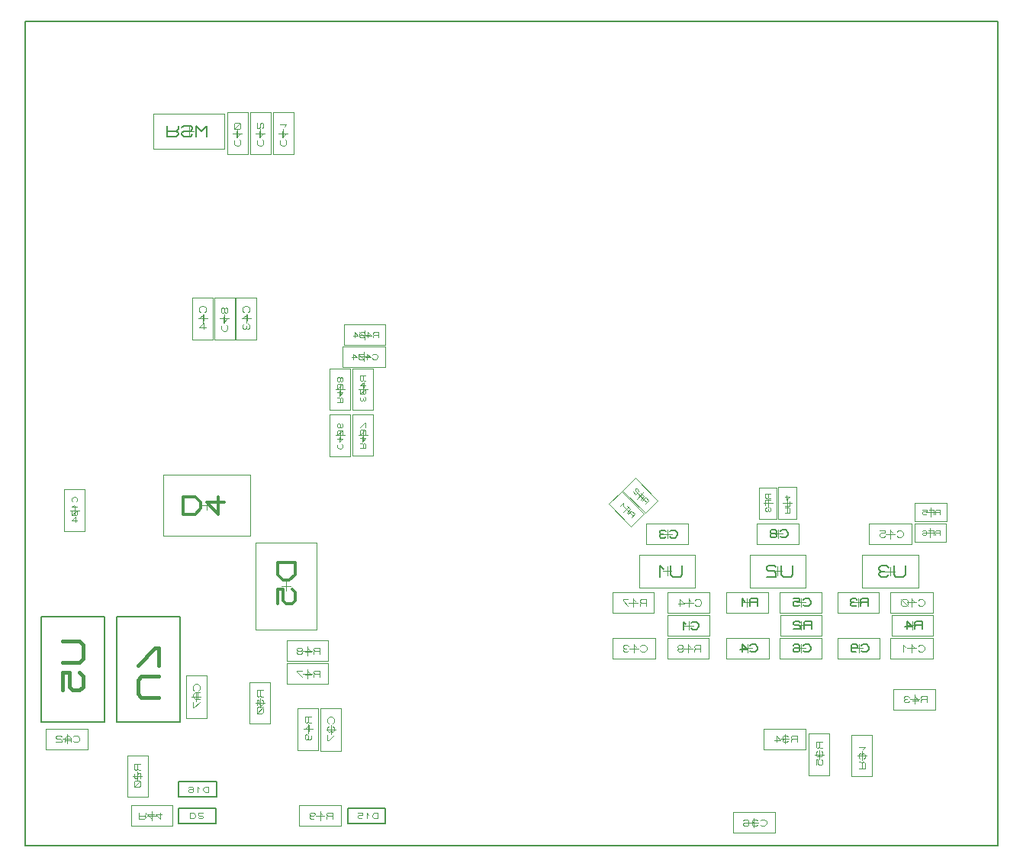
<source format=gbr>
G04 PROTEUS RS274X GERBER FILE*
%FSLAX45Y45*%
%MOMM*%
G01*
%ADD41C,0.203200*%
%ADD99C,0.050000*%
%ADD108C,0.095000*%
%ADD103C,0.093000*%
%ADD129C,0.389040*%
%ADD100C,0.118750*%
%ADD130C,0.208330*%
%ADD109C,0.141000*%
%ADD113C,0.116250*%
%ADD131C,0.100580*%
%ADD127C,0.325000*%
%ADD132C,0.088750*%
%ADD133C,0.198750*%
D41*
X-1079500Y-6413500D02*
X+9715500Y-6413500D01*
X+9715500Y+2730500D01*
X-1079500Y+2730500D01*
X-1079500Y-6413500D01*
D99*
X+2912300Y-1105600D02*
X+2442300Y-1105600D01*
X+2442300Y-875600D01*
X+2912300Y-875600D01*
X+2912300Y-1105600D01*
X+2677300Y-940600D02*
X+2677300Y-1040600D01*
X+2627300Y-990600D02*
X+2727300Y-990600D01*
D108*
X+2772300Y-1009600D02*
X+2781800Y-1019100D01*
X+2810300Y-1019100D01*
X+2829300Y-1000100D01*
X+2829300Y-981100D01*
X+2810300Y-962100D01*
X+2781800Y-962100D01*
X+2772300Y-971600D01*
X+2696300Y-1000100D02*
X+2753300Y-1000100D01*
X+2715300Y-962100D01*
X+2715300Y-1019100D01*
X+2677300Y-1009600D02*
X+2677300Y-971600D01*
X+2667800Y-962100D01*
X+2629800Y-962100D01*
X+2620300Y-971600D01*
X+2620300Y-1009600D01*
X+2629800Y-1019100D01*
X+2667800Y-1019100D01*
X+2677300Y-1009600D01*
X+2677300Y-1019100D02*
X+2620300Y-962100D01*
X+2544300Y-1000100D02*
X+2601300Y-1000100D01*
X+2563300Y-962100D01*
X+2563300Y-1019100D01*
D99*
X+2457100Y-634300D02*
X+2917100Y-634300D01*
X+2917100Y-864300D01*
X+2457100Y-864300D01*
X+2457100Y-634300D01*
X+2687100Y-799300D02*
X+2687100Y-699300D01*
X+2737100Y-749300D02*
X+2637100Y-749300D01*
D103*
X+2835900Y-777200D02*
X+2835900Y-721400D01*
X+2789400Y-721400D01*
X+2780100Y-730700D01*
X+2780100Y-740000D01*
X+2789400Y-749300D01*
X+2835900Y-749300D01*
X+2789400Y-749300D02*
X+2780100Y-758600D01*
X+2780100Y-777200D01*
X+2705700Y-758600D02*
X+2761500Y-758600D01*
X+2724300Y-721400D01*
X+2724300Y-777200D01*
X+2687100Y-767900D02*
X+2687100Y-730700D01*
X+2677800Y-721400D01*
X+2640600Y-721400D01*
X+2631300Y-730700D01*
X+2631300Y-767900D01*
X+2640600Y-777200D01*
X+2677800Y-777200D01*
X+2687100Y-767900D01*
X+2687100Y-777200D02*
X+2631300Y-721400D01*
X+2556900Y-758600D02*
X+2612700Y-758600D01*
X+2575500Y-721400D01*
X+2575500Y-777200D01*
D99*
X+2782000Y-1121500D02*
X+2782000Y-1581500D01*
X+2552000Y-1581500D01*
X+2552000Y-1121500D01*
X+2782000Y-1121500D01*
X+2617000Y-1351500D02*
X+2717000Y-1351500D01*
X+2667000Y-1401500D02*
X+2667000Y-1301500D01*
D103*
X+2694900Y-1202700D02*
X+2639100Y-1202700D01*
X+2639100Y-1249200D01*
X+2648400Y-1258500D01*
X+2657700Y-1258500D01*
X+2667000Y-1249200D01*
X+2667000Y-1202700D01*
X+2667000Y-1249200D02*
X+2676300Y-1258500D01*
X+2694900Y-1258500D01*
X+2676300Y-1332900D02*
X+2676300Y-1277100D01*
X+2639100Y-1314300D01*
X+2694900Y-1314300D01*
X+2685600Y-1351500D02*
X+2648400Y-1351500D01*
X+2639100Y-1360800D01*
X+2639100Y-1398000D01*
X+2648400Y-1407300D01*
X+2685600Y-1407300D01*
X+2694900Y-1398000D01*
X+2694900Y-1360800D01*
X+2685600Y-1351500D01*
X+2694900Y-1351500D02*
X+2639100Y-1407300D01*
X+2648400Y-1435200D02*
X+2639100Y-1444500D01*
X+2639100Y-1472400D01*
X+2648400Y-1481700D01*
X+2657700Y-1481700D01*
X+2667000Y-1472400D01*
X+2676300Y-1481700D01*
X+2685600Y-1481700D01*
X+2694900Y-1472400D01*
X+2694900Y-1444500D01*
X+2685600Y-1435200D01*
X+2667000Y-1453800D02*
X+2667000Y-1472400D01*
D41*
X-902450Y-5041900D02*
X-203950Y-5041900D01*
X-203950Y-3874770D01*
X-902450Y-3874770D01*
X-902450Y-5041900D01*
D129*
X-669913Y-4147101D02*
X-475391Y-4147101D01*
X-436487Y-4186005D01*
X-436487Y-4341622D01*
X-475391Y-4380526D01*
X-669913Y-4380526D01*
X-669913Y-4691760D02*
X-669913Y-4497239D01*
X-592104Y-4497239D01*
X-592104Y-4652856D01*
X-553200Y-4691760D01*
X-475391Y-4691760D01*
X-436487Y-4652856D01*
X-436487Y-4536143D01*
X-475391Y-4497239D01*
D41*
X-64250Y-5041900D02*
X+634250Y-5041900D01*
X+634250Y-3874770D01*
X-64250Y-3874770D01*
X-64250Y-5041900D01*
D129*
X+401713Y-4769569D02*
X+207191Y-4769569D01*
X+168287Y-4730665D01*
X+168287Y-4575048D01*
X+207191Y-4536144D01*
X+401713Y-4536144D01*
X+401713Y-4419431D02*
X+401713Y-4224910D01*
X+362809Y-4224910D01*
X+168287Y-4419431D01*
D99*
X+1160080Y+1252438D02*
X+1160080Y+1722438D01*
X+1390080Y+1722438D01*
X+1390080Y+1252438D01*
X+1160080Y+1252438D01*
X+1325080Y+1487438D02*
X+1225080Y+1487438D01*
X+1275080Y+1537438D02*
X+1275080Y+1437438D01*
D100*
X+1251330Y+1416188D02*
X+1239455Y+1404313D01*
X+1239455Y+1368688D01*
X+1263205Y+1344938D01*
X+1286955Y+1344938D01*
X+1310705Y+1368688D01*
X+1310705Y+1404313D01*
X+1298830Y+1416188D01*
X+1263205Y+1511188D02*
X+1263205Y+1439938D01*
X+1310705Y+1487438D01*
X+1239455Y+1487438D01*
X+1251330Y+1534938D02*
X+1298830Y+1534938D01*
X+1310705Y+1546813D01*
X+1310705Y+1594313D01*
X+1298830Y+1606188D01*
X+1251330Y+1606188D01*
X+1239455Y+1594313D01*
X+1239455Y+1546813D01*
X+1251330Y+1534938D01*
X+1239455Y+1534938D02*
X+1310705Y+1606188D01*
D99*
X+1668080Y+1252438D02*
X+1668080Y+1722438D01*
X+1898080Y+1722438D01*
X+1898080Y+1252438D01*
X+1668080Y+1252438D01*
X+1833080Y+1487438D02*
X+1733080Y+1487438D01*
X+1783080Y+1537438D02*
X+1783080Y+1437438D01*
D100*
X+1759330Y+1416188D02*
X+1747455Y+1404313D01*
X+1747455Y+1368688D01*
X+1771205Y+1344938D01*
X+1794955Y+1344938D01*
X+1818705Y+1368688D01*
X+1818705Y+1404313D01*
X+1806830Y+1416188D01*
X+1771205Y+1511188D02*
X+1771205Y+1439938D01*
X+1818705Y+1487438D01*
X+1747455Y+1487438D01*
X+1794955Y+1558688D02*
X+1818705Y+1582438D01*
X+1747455Y+1582438D01*
D99*
X+1414080Y+1252438D02*
X+1414080Y+1722438D01*
X+1644080Y+1722438D01*
X+1644080Y+1252438D01*
X+1414080Y+1252438D01*
X+1579080Y+1487438D02*
X+1479080Y+1487438D01*
X+1529080Y+1537438D02*
X+1529080Y+1437438D01*
D100*
X+1505330Y+1416188D02*
X+1493455Y+1404313D01*
X+1493455Y+1368688D01*
X+1517205Y+1344938D01*
X+1540955Y+1344938D01*
X+1564705Y+1368688D01*
X+1564705Y+1404313D01*
X+1552830Y+1416188D01*
X+1517205Y+1511188D02*
X+1517205Y+1439938D01*
X+1564705Y+1487438D01*
X+1493455Y+1487438D01*
X+1552830Y+1546813D02*
X+1564705Y+1558688D01*
X+1564705Y+1594313D01*
X+1552830Y+1606188D01*
X+1540955Y+1606188D01*
X+1529080Y+1594313D01*
X+1529080Y+1558688D01*
X+1517205Y+1546813D01*
X+1493455Y+1546813D01*
X+1493455Y+1606188D01*
D99*
X+1256600Y-804100D02*
X+1256600Y-334100D01*
X+1486600Y-334100D01*
X+1486600Y-804100D01*
X+1256600Y-804100D01*
X+1421600Y-569100D02*
X+1321600Y-569100D01*
X+1371600Y-519100D02*
X+1371600Y-619100D01*
D100*
X+1395350Y-497850D02*
X+1407225Y-485975D01*
X+1407225Y-450350D01*
X+1383475Y-426600D01*
X+1359725Y-426600D01*
X+1335975Y-450350D01*
X+1335975Y-485975D01*
X+1347850Y-497850D01*
X+1383475Y-592850D02*
X+1383475Y-521600D01*
X+1335975Y-569100D01*
X+1407225Y-569100D01*
X+1347850Y-628475D02*
X+1335975Y-640350D01*
X+1335975Y-675975D01*
X+1347850Y-687850D01*
X+1359725Y-687850D01*
X+1371600Y-675975D01*
X+1383475Y-687850D01*
X+1395350Y-687850D01*
X+1407225Y-675975D01*
X+1407225Y-640350D01*
X+1395350Y-628475D01*
X+1371600Y-652225D02*
X+1371600Y-675975D01*
D99*
X+774000Y-804100D02*
X+774000Y-334100D01*
X+1004000Y-334100D01*
X+1004000Y-804100D01*
X+774000Y-804100D01*
X+939000Y-569100D02*
X+839000Y-569100D01*
X+889000Y-519100D02*
X+889000Y-619100D01*
D100*
X+912750Y-497850D02*
X+924625Y-485975D01*
X+924625Y-450350D01*
X+900875Y-426600D01*
X+877125Y-426600D01*
X+853375Y-450350D01*
X+853375Y-485975D01*
X+865250Y-497850D01*
X+900875Y-592850D02*
X+900875Y-521600D01*
X+853375Y-569100D01*
X+924625Y-569100D01*
X+900875Y-687850D02*
X+900875Y-616600D01*
X+853375Y-664100D01*
X+924625Y-664100D01*
D99*
X+1015300Y-804100D02*
X+1015300Y-334100D01*
X+1245300Y-334100D01*
X+1245300Y-804100D01*
X+1015300Y-804100D01*
X+1180300Y-569100D02*
X+1080300Y-569100D01*
X+1130300Y-519100D02*
X+1130300Y-619100D01*
D100*
X+1106550Y-640350D02*
X+1094675Y-652225D01*
X+1094675Y-687850D01*
X+1118425Y-711600D01*
X+1142175Y-711600D01*
X+1165925Y-687850D01*
X+1165925Y-652225D01*
X+1154050Y-640350D01*
X+1118425Y-545350D02*
X+1118425Y-616600D01*
X+1165925Y-569100D01*
X+1094675Y-569100D01*
X+1130300Y-497850D02*
X+1142175Y-509725D01*
X+1154050Y-509725D01*
X+1165925Y-497850D01*
X+1165925Y-462225D01*
X+1154050Y-450350D01*
X+1142175Y-450350D01*
X+1130300Y-462225D01*
X+1130300Y-497850D01*
X+1118425Y-509725D01*
X+1106550Y-509725D01*
X+1094675Y-497850D01*
X+1094675Y-462225D01*
X+1106550Y-450350D01*
X+1118425Y-450350D01*
X+1130300Y-462225D01*
D99*
X-384100Y-5347400D02*
X-854100Y-5347400D01*
X-854100Y-5117400D01*
X-384100Y-5117400D01*
X-384100Y-5347400D01*
X-619100Y-5182400D02*
X-619100Y-5282400D01*
X-669100Y-5232400D02*
X-569100Y-5232400D01*
D100*
X-547850Y-5256150D02*
X-535975Y-5268025D01*
X-500350Y-5268025D01*
X-476600Y-5244275D01*
X-476600Y-5220525D01*
X-500350Y-5196775D01*
X-535975Y-5196775D01*
X-547850Y-5208650D01*
X-571600Y-5268025D02*
X-571600Y-5220525D01*
X-595350Y-5196775D01*
X-619100Y-5196775D01*
X-642850Y-5220525D01*
X-642850Y-5268025D01*
X-571600Y-5244275D02*
X-642850Y-5244275D01*
X-678475Y-5208650D02*
X-690350Y-5196775D01*
X-725975Y-5196775D01*
X-737850Y-5208650D01*
X-737850Y-5220525D01*
X-725975Y-5232400D01*
X-690350Y-5232400D01*
X-678475Y-5244275D01*
X-678475Y-5268025D01*
X-737850Y-5268025D01*
D99*
X+703400Y-4999900D02*
X+703400Y-4529900D01*
X+933400Y-4529900D01*
X+933400Y-4999900D01*
X+703400Y-4999900D01*
X+868400Y-4764900D02*
X+768400Y-4764900D01*
X+818400Y-4714900D02*
X+818400Y-4814900D01*
D100*
X+842150Y-4693650D02*
X+854025Y-4681775D01*
X+854025Y-4646150D01*
X+830275Y-4622400D01*
X+806525Y-4622400D01*
X+782775Y-4646150D01*
X+782775Y-4681775D01*
X+794650Y-4693650D01*
X+854025Y-4717400D02*
X+806525Y-4717400D01*
X+782775Y-4741150D01*
X+782775Y-4764900D01*
X+806525Y-4788650D01*
X+854025Y-4788650D01*
X+830275Y-4717400D02*
X+830275Y-4788650D01*
X+782775Y-4824275D02*
X+782775Y-4883650D01*
X+794650Y-4883650D01*
X+854025Y-4824275D01*
D99*
X+2528000Y-1629500D02*
X+2528000Y-2099500D01*
X+2298000Y-2099500D01*
X+2298000Y-1629500D01*
X+2528000Y-1629500D01*
X+2363000Y-1864500D02*
X+2463000Y-1864500D01*
X+2413000Y-1914500D02*
X+2413000Y-1814500D01*
D108*
X+2394000Y-1959500D02*
X+2384500Y-1969000D01*
X+2384500Y-1997500D01*
X+2403500Y-2016500D01*
X+2422500Y-2016500D01*
X+2441500Y-1997500D01*
X+2441500Y-1969000D01*
X+2432000Y-1959500D01*
X+2403500Y-1883500D02*
X+2403500Y-1940500D01*
X+2441500Y-1902500D01*
X+2384500Y-1902500D01*
X+2394000Y-1864500D02*
X+2432000Y-1864500D01*
X+2441500Y-1855000D01*
X+2441500Y-1817000D01*
X+2432000Y-1807500D01*
X+2394000Y-1807500D01*
X+2384500Y-1817000D01*
X+2384500Y-1855000D01*
X+2394000Y-1864500D01*
X+2384500Y-1864500D02*
X+2441500Y-1807500D01*
X+2432000Y-1731500D02*
X+2441500Y-1741000D01*
X+2441500Y-1769500D01*
X+2432000Y-1779000D01*
X+2394000Y-1779000D01*
X+2384500Y-1769500D01*
X+2384500Y-1741000D01*
X+2394000Y-1731500D01*
X+2403500Y-1731500D01*
X+2413000Y-1741000D01*
X+2413000Y-1779000D01*
D99*
X+2782000Y-1629500D02*
X+2782000Y-2089500D01*
X+2552000Y-2089500D01*
X+2552000Y-1629500D01*
X+2782000Y-1629500D01*
X+2617000Y-1859500D02*
X+2717000Y-1859500D01*
X+2667000Y-1909500D02*
X+2667000Y-1809500D01*
D103*
X+2639100Y-2008300D02*
X+2694900Y-2008300D01*
X+2694900Y-1961800D01*
X+2685600Y-1952500D01*
X+2676300Y-1952500D01*
X+2667000Y-1961800D01*
X+2667000Y-2008300D01*
X+2667000Y-1961800D02*
X+2657700Y-1952500D01*
X+2639100Y-1952500D01*
X+2657700Y-1878100D02*
X+2657700Y-1933900D01*
X+2694900Y-1896700D01*
X+2639100Y-1896700D01*
X+2648400Y-1859500D02*
X+2685600Y-1859500D01*
X+2694900Y-1850200D01*
X+2694900Y-1813000D01*
X+2685600Y-1803700D01*
X+2648400Y-1803700D01*
X+2639100Y-1813000D01*
X+2639100Y-1850200D01*
X+2648400Y-1859500D01*
X+2639100Y-1859500D02*
X+2694900Y-1803700D01*
X+2694900Y-1775800D02*
X+2694900Y-1729300D01*
X+2685600Y-1729300D01*
X+2639100Y-1775800D01*
D99*
X+2528000Y-1121500D02*
X+2528000Y-1581500D01*
X+2298000Y-1581500D01*
X+2298000Y-1121500D01*
X+2528000Y-1121500D01*
X+2363000Y-1351500D02*
X+2463000Y-1351500D01*
X+2413000Y-1401500D02*
X+2413000Y-1301500D01*
D103*
X+2385100Y-1500300D02*
X+2440900Y-1500300D01*
X+2440900Y-1453800D01*
X+2431600Y-1444500D01*
X+2422300Y-1444500D01*
X+2413000Y-1453800D01*
X+2413000Y-1500300D01*
X+2413000Y-1453800D02*
X+2403700Y-1444500D01*
X+2385100Y-1444500D01*
X+2403700Y-1370100D02*
X+2403700Y-1425900D01*
X+2440900Y-1388700D01*
X+2385100Y-1388700D01*
X+2394400Y-1351500D02*
X+2431600Y-1351500D01*
X+2440900Y-1342200D01*
X+2440900Y-1305000D01*
X+2431600Y-1295700D01*
X+2394400Y-1295700D01*
X+2385100Y-1305000D01*
X+2385100Y-1342200D01*
X+2394400Y-1351500D01*
X+2385100Y-1351500D02*
X+2440900Y-1295700D01*
X+2413000Y-1258500D02*
X+2422300Y-1267800D01*
X+2431600Y-1267800D01*
X+2440900Y-1258500D01*
X+2440900Y-1230600D01*
X+2431600Y-1221300D01*
X+2422300Y-1221300D01*
X+2413000Y-1230600D01*
X+2413000Y-1258500D01*
X+2403700Y-1267800D01*
X+2394400Y-1267800D01*
X+2385100Y-1258500D01*
X+2385100Y-1230600D01*
X+2394400Y-1221300D01*
X+2403700Y-1221300D01*
X+2413000Y-1230600D01*
D99*
X+6354000Y-3550902D02*
X+5734000Y-3550902D01*
X+5734000Y-3190902D01*
X+6354000Y-3190902D01*
X+6354000Y-3550902D01*
X+6044000Y-3320902D02*
X+6044000Y-3420902D01*
X+5994000Y-3370902D02*
X+6094000Y-3370902D01*
D130*
X+6210666Y-3308402D02*
X+6210666Y-3412569D01*
X+6189833Y-3433402D01*
X+6106500Y-3433402D01*
X+6085667Y-3412569D01*
X+6085667Y-3308402D01*
X+6002334Y-3350069D02*
X+5960667Y-3308402D01*
X+5960667Y-3433402D01*
D99*
X+7581107Y-3550533D02*
X+6961107Y-3550533D01*
X+6961107Y-3190533D01*
X+7581107Y-3190533D01*
X+7581107Y-3550533D01*
X+7271107Y-3320533D02*
X+7271107Y-3420533D01*
X+7221107Y-3370533D02*
X+7321107Y-3370533D01*
D130*
X+7437773Y-3308033D02*
X+7437773Y-3412200D01*
X+7416940Y-3433033D01*
X+7333607Y-3433033D01*
X+7312774Y-3412200D01*
X+7312774Y-3308033D01*
X+7250274Y-3328866D02*
X+7229441Y-3308033D01*
X+7166941Y-3308033D01*
X+7146108Y-3328866D01*
X+7146108Y-3349700D01*
X+7166941Y-3370533D01*
X+7229441Y-3370533D01*
X+7250274Y-3391366D01*
X+7250274Y-3433033D01*
X+7146108Y-3433033D01*
D99*
X+8830869Y-3552033D02*
X+8210869Y-3552033D01*
X+8210869Y-3192033D01*
X+8830869Y-3192033D01*
X+8830869Y-3552033D01*
X+8520869Y-3322033D02*
X+8520869Y-3422033D01*
X+8470869Y-3372033D02*
X+8570869Y-3372033D01*
D130*
X+8687535Y-3309533D02*
X+8687535Y-3413700D01*
X+8666702Y-3434533D01*
X+8583369Y-3434533D01*
X+8562536Y-3413700D01*
X+8562536Y-3309533D01*
X+8500036Y-3330366D02*
X+8479203Y-3309533D01*
X+8416703Y-3309533D01*
X+8395870Y-3330366D01*
X+8395870Y-3351200D01*
X+8416703Y-3372033D01*
X+8395870Y-3392866D01*
X+8395870Y-3413700D01*
X+8416703Y-3434533D01*
X+8479203Y-3434533D01*
X+8500036Y-3413700D01*
X+8458370Y-3372033D02*
X+8416703Y-3372033D01*
D99*
X+6280500Y-3072402D02*
X+5810500Y-3072402D01*
X+5810500Y-2842402D01*
X+6280500Y-2842402D01*
X+6280500Y-3072402D01*
X+6045500Y-2907402D02*
X+6045500Y-3007402D01*
X+5995500Y-2957402D02*
X+6095500Y-2957402D01*
D109*
X+6073700Y-2985602D02*
X+6087800Y-2999702D01*
X+6130100Y-2999702D01*
X+6158300Y-2971502D01*
X+6158300Y-2943302D01*
X+6130100Y-2915102D01*
X+6087800Y-2915102D01*
X+6073700Y-2929202D01*
X+6031400Y-2929202D02*
X+6017300Y-2915102D01*
X+5975000Y-2915102D01*
X+5960900Y-2929202D01*
X+5960900Y-2943302D01*
X+5975000Y-2957402D01*
X+5960900Y-2971502D01*
X+5960900Y-2985602D01*
X+5975000Y-2999702D01*
X+6017300Y-2999702D01*
X+6031400Y-2985602D01*
X+6003200Y-2957402D02*
X+5975000Y-2957402D01*
D99*
X+7507607Y-3072033D02*
X+7037607Y-3072033D01*
X+7037607Y-2842033D01*
X+7507607Y-2842033D01*
X+7507607Y-3072033D01*
X+7272607Y-2907033D02*
X+7272607Y-3007033D01*
X+7222607Y-2957033D02*
X+7322607Y-2957033D01*
D109*
X+7300807Y-2985233D02*
X+7314907Y-2999333D01*
X+7357207Y-2999333D01*
X+7385407Y-2971133D01*
X+7385407Y-2942933D01*
X+7357207Y-2914733D01*
X+7314907Y-2914733D01*
X+7300807Y-2928833D01*
X+7244407Y-2957033D02*
X+7258507Y-2942933D01*
X+7258507Y-2928833D01*
X+7244407Y-2914733D01*
X+7202107Y-2914733D01*
X+7188007Y-2928833D01*
X+7188007Y-2942933D01*
X+7202107Y-2957033D01*
X+7244407Y-2957033D01*
X+7258507Y-2971133D01*
X+7258507Y-2985233D01*
X+7244407Y-2999333D01*
X+7202107Y-2999333D01*
X+7188007Y-2985233D01*
X+7188007Y-2971133D01*
X+7202107Y-2957033D01*
D99*
X+8757369Y-3073533D02*
X+8287369Y-3073533D01*
X+8287369Y-2843533D01*
X+8757369Y-2843533D01*
X+8757369Y-3073533D01*
X+8522369Y-2908533D02*
X+8522369Y-3008533D01*
X+8472369Y-2958533D02*
X+8572369Y-2958533D01*
D100*
X+8593619Y-2982283D02*
X+8605494Y-2994158D01*
X+8641119Y-2994158D01*
X+8664869Y-2970408D01*
X+8664869Y-2946658D01*
X+8641119Y-2922908D01*
X+8605494Y-2922908D01*
X+8593619Y-2934783D01*
X+8546119Y-2946658D02*
X+8522369Y-2922908D01*
X+8522369Y-2994158D01*
X+8403619Y-2922908D02*
X+8462994Y-2922908D01*
X+8462994Y-2946658D01*
X+8415494Y-2946658D01*
X+8403619Y-2958533D01*
X+8403619Y-2982283D01*
X+8415494Y-2994158D01*
X+8451119Y-2994158D01*
X+8462994Y-2982283D01*
D99*
X+6517000Y-3834402D02*
X+6047000Y-3834402D01*
X+6047000Y-3604402D01*
X+6517000Y-3604402D01*
X+6517000Y-3834402D01*
X+6282000Y-3669402D02*
X+6282000Y-3769402D01*
X+6232000Y-3719402D02*
X+6332000Y-3719402D01*
D100*
X+6353250Y-3743152D02*
X+6365125Y-3755027D01*
X+6400750Y-3755027D01*
X+6424500Y-3731277D01*
X+6424500Y-3707527D01*
X+6400750Y-3683777D01*
X+6365125Y-3683777D01*
X+6353250Y-3695652D01*
X+6305750Y-3707527D02*
X+6282000Y-3683777D01*
X+6282000Y-3755027D01*
X+6163250Y-3731277D02*
X+6234500Y-3731277D01*
X+6187000Y-3683777D01*
X+6187000Y-3755027D01*
D99*
X+7761607Y-3834033D02*
X+7291607Y-3834033D01*
X+7291607Y-3604033D01*
X+7761607Y-3604033D01*
X+7761607Y-3834033D01*
X+7526607Y-3669033D02*
X+7526607Y-3769033D01*
X+7476607Y-3719033D02*
X+7576607Y-3719033D01*
D109*
X+7554807Y-3747233D02*
X+7568907Y-3761333D01*
X+7611207Y-3761333D01*
X+7639407Y-3733133D01*
X+7639407Y-3704933D01*
X+7611207Y-3676733D01*
X+7568907Y-3676733D01*
X+7554807Y-3690833D01*
X+7442007Y-3676733D02*
X+7512507Y-3676733D01*
X+7512507Y-3704933D01*
X+7456107Y-3704933D01*
X+7442007Y-3719033D01*
X+7442007Y-3747233D01*
X+7456107Y-3761333D01*
X+7498407Y-3761333D01*
X+7512507Y-3747233D01*
D99*
X+8993869Y-3834033D02*
X+8523869Y-3834033D01*
X+8523869Y-3604033D01*
X+8993869Y-3604033D01*
X+8993869Y-3834033D01*
X+8758869Y-3669033D02*
X+8758869Y-3769033D01*
X+8708869Y-3719033D02*
X+8808869Y-3719033D01*
D100*
X+8830119Y-3742783D02*
X+8841994Y-3754658D01*
X+8877619Y-3754658D01*
X+8901369Y-3730908D01*
X+8901369Y-3707158D01*
X+8877619Y-3683408D01*
X+8841994Y-3683408D01*
X+8830119Y-3695283D01*
X+8782619Y-3707158D02*
X+8758869Y-3683408D01*
X+8758869Y-3754658D01*
X+8711369Y-3742783D02*
X+8711369Y-3695283D01*
X+8699494Y-3683408D01*
X+8651994Y-3683408D01*
X+8640119Y-3695283D01*
X+8640119Y-3742783D01*
X+8651994Y-3754658D01*
X+8699494Y-3754658D01*
X+8711369Y-3742783D01*
X+8711369Y-3754658D02*
X+8640119Y-3683408D01*
D99*
X+6517000Y-4088402D02*
X+6047000Y-4088402D01*
X+6047000Y-3858402D01*
X+6517000Y-3858402D01*
X+6517000Y-4088402D01*
X+6282000Y-3923402D02*
X+6282000Y-4023402D01*
X+6232000Y-3973402D02*
X+6332000Y-3973402D01*
D109*
X+6310200Y-4001602D02*
X+6324300Y-4015702D01*
X+6366600Y-4015702D01*
X+6394800Y-3987502D01*
X+6394800Y-3959302D01*
X+6366600Y-3931102D01*
X+6324300Y-3931102D01*
X+6310200Y-3945202D01*
X+6253800Y-3959302D02*
X+6225600Y-3931102D01*
X+6225600Y-4015702D01*
D99*
X+5909500Y-4342402D02*
X+5439500Y-4342402D01*
X+5439500Y-4112402D01*
X+5909500Y-4112402D01*
X+5909500Y-4342402D01*
X+5674500Y-4177402D02*
X+5674500Y-4277402D01*
X+5624500Y-4227402D02*
X+5724500Y-4227402D01*
D100*
X+5745750Y-4251152D02*
X+5757625Y-4263027D01*
X+5793250Y-4263027D01*
X+5817000Y-4239277D01*
X+5817000Y-4215527D01*
X+5793250Y-4191777D01*
X+5757625Y-4191777D01*
X+5745750Y-4203652D01*
X+5698250Y-4215527D02*
X+5674500Y-4191777D01*
X+5674500Y-4263027D01*
X+5615125Y-4203652D02*
X+5603250Y-4191777D01*
X+5567625Y-4191777D01*
X+5555750Y-4203652D01*
X+5555750Y-4215527D01*
X+5567625Y-4227402D01*
X+5555750Y-4239277D01*
X+5555750Y-4251152D01*
X+5567625Y-4263027D01*
X+5603250Y-4263027D01*
X+5615125Y-4251152D01*
X+5591375Y-4227402D02*
X+5567625Y-4227402D01*
D99*
X+5439500Y-3604402D02*
X+5899500Y-3604402D01*
X+5899500Y-3834402D01*
X+5439500Y-3834402D01*
X+5439500Y-3604402D01*
X+5669500Y-3769402D02*
X+5669500Y-3669402D01*
X+5719500Y-3719402D02*
X+5619500Y-3719402D01*
D113*
X+5809000Y-3754277D02*
X+5809000Y-3684527D01*
X+5750875Y-3684527D01*
X+5739250Y-3696152D01*
X+5739250Y-3707777D01*
X+5750875Y-3719402D01*
X+5809000Y-3719402D01*
X+5750875Y-3719402D02*
X+5739250Y-3731027D01*
X+5739250Y-3754277D01*
X+5692750Y-3707777D02*
X+5669500Y-3684527D01*
X+5669500Y-3754277D01*
X+5611375Y-3684527D02*
X+5553250Y-3684527D01*
X+5553250Y-3696152D01*
X+5611375Y-3754277D01*
D99*
X+6507000Y-4342402D02*
X+6047000Y-4342402D01*
X+6047000Y-4112402D01*
X+6507000Y-4112402D01*
X+6507000Y-4342402D01*
X+6277000Y-4177402D02*
X+6277000Y-4277402D01*
X+6227000Y-4227402D02*
X+6327000Y-4227402D01*
D113*
X+6416500Y-4262277D02*
X+6416500Y-4192527D01*
X+6358375Y-4192527D01*
X+6346750Y-4204152D01*
X+6346750Y-4215777D01*
X+6358375Y-4227402D01*
X+6416500Y-4227402D01*
X+6358375Y-4227402D02*
X+6346750Y-4239027D01*
X+6346750Y-4262277D01*
X+6300250Y-4215777D02*
X+6277000Y-4192527D01*
X+6277000Y-4262277D01*
X+6207250Y-4227402D02*
X+6218875Y-4215777D01*
X+6218875Y-4204152D01*
X+6207250Y-4192527D01*
X+6172375Y-4192527D01*
X+6160750Y-4204152D01*
X+6160750Y-4215777D01*
X+6172375Y-4227402D01*
X+6207250Y-4227402D01*
X+6218875Y-4239027D01*
X+6218875Y-4250652D01*
X+6207250Y-4262277D01*
X+6172375Y-4262277D01*
X+6160750Y-4250652D01*
X+6160750Y-4239027D01*
X+6172375Y-4227402D01*
D99*
X+6702607Y-3604033D02*
X+7162607Y-3604033D01*
X+7162607Y-3834033D01*
X+6702607Y-3834033D01*
X+6702607Y-3604033D01*
X+6932607Y-3769033D02*
X+6932607Y-3669033D01*
X+6982607Y-3719033D02*
X+6882607Y-3719033D01*
D109*
X+7045407Y-3761333D02*
X+7045407Y-3676733D01*
X+6974907Y-3676733D01*
X+6960807Y-3690833D01*
X+6960807Y-3704933D01*
X+6974907Y-3719033D01*
X+7045407Y-3719033D01*
X+6974907Y-3719033D02*
X+6960807Y-3733133D01*
X+6960807Y-3761333D01*
X+6904407Y-3704933D02*
X+6876207Y-3676733D01*
X+6876207Y-3761333D01*
D99*
X+7761607Y-4088033D02*
X+7301607Y-4088033D01*
X+7301607Y-3858033D01*
X+7761607Y-3858033D01*
X+7761607Y-4088033D01*
X+7531607Y-3923033D02*
X+7531607Y-4023033D01*
X+7481607Y-3973033D02*
X+7581607Y-3973033D01*
D109*
X+7644407Y-4015333D02*
X+7644407Y-3930733D01*
X+7573907Y-3930733D01*
X+7559807Y-3944833D01*
X+7559807Y-3958933D01*
X+7573907Y-3973033D01*
X+7644407Y-3973033D01*
X+7573907Y-3973033D02*
X+7559807Y-3987133D01*
X+7559807Y-4015333D01*
X+7517507Y-3944833D02*
X+7503407Y-3930733D01*
X+7461107Y-3930733D01*
X+7447007Y-3944833D01*
X+7447007Y-3958933D01*
X+7461107Y-3973033D01*
X+7503407Y-3973033D01*
X+7517507Y-3987133D01*
X+7517507Y-4015333D01*
X+7447007Y-4015333D01*
D99*
X+7934869Y-3604033D02*
X+8394869Y-3604033D01*
X+8394869Y-3834033D01*
X+7934869Y-3834033D01*
X+7934869Y-3604033D01*
X+8164869Y-3769033D02*
X+8164869Y-3669033D01*
X+8214869Y-3719033D02*
X+8114869Y-3719033D01*
D109*
X+8277669Y-3761333D02*
X+8277669Y-3676733D01*
X+8207169Y-3676733D01*
X+8193069Y-3690833D01*
X+8193069Y-3704933D01*
X+8207169Y-3719033D01*
X+8277669Y-3719033D01*
X+8207169Y-3719033D02*
X+8193069Y-3733133D01*
X+8193069Y-3761333D01*
X+8150769Y-3690833D02*
X+8136669Y-3676733D01*
X+8094369Y-3676733D01*
X+8080269Y-3690833D01*
X+8080269Y-3704933D01*
X+8094369Y-3719033D01*
X+8080269Y-3733133D01*
X+8080269Y-3747233D01*
X+8094369Y-3761333D01*
X+8136669Y-3761333D01*
X+8150769Y-3747233D01*
X+8122569Y-3719033D02*
X+8094369Y-3719033D01*
D99*
X+8993869Y-4088033D02*
X+8533869Y-4088033D01*
X+8533869Y-3858033D01*
X+8993869Y-3858033D01*
X+8993869Y-4088033D01*
X+8763869Y-3923033D02*
X+8763869Y-4023033D01*
X+8713869Y-3973033D02*
X+8813869Y-3973033D01*
D109*
X+8876669Y-4015333D02*
X+8876669Y-3930733D01*
X+8806169Y-3930733D01*
X+8792069Y-3944833D01*
X+8792069Y-3958933D01*
X+8806169Y-3973033D01*
X+8876669Y-3973033D01*
X+8806169Y-3973033D02*
X+8792069Y-3987133D01*
X+8792069Y-4015333D01*
X+8679269Y-3987133D02*
X+8763869Y-3987133D01*
X+8707469Y-3930733D01*
X+8707469Y-4015333D01*
D99*
X+7172607Y-4342033D02*
X+6702607Y-4342033D01*
X+6702607Y-4112033D01*
X+7172607Y-4112033D01*
X+7172607Y-4342033D01*
X+6937607Y-4177033D02*
X+6937607Y-4277033D01*
X+6887607Y-4227033D02*
X+6987607Y-4227033D01*
D109*
X+6965807Y-4255233D02*
X+6979907Y-4269333D01*
X+7022207Y-4269333D01*
X+7050407Y-4241133D01*
X+7050407Y-4212933D01*
X+7022207Y-4184733D01*
X+6979907Y-4184733D01*
X+6965807Y-4198833D01*
X+6853007Y-4241133D02*
X+6937607Y-4241133D01*
X+6881207Y-4184733D01*
X+6881207Y-4269333D01*
D99*
X+7761607Y-4342033D02*
X+7291607Y-4342033D01*
X+7291607Y-4112033D01*
X+7761607Y-4112033D01*
X+7761607Y-4342033D01*
X+7526607Y-4177033D02*
X+7526607Y-4277033D01*
X+7476607Y-4227033D02*
X+7576607Y-4227033D01*
D109*
X+7554807Y-4255233D02*
X+7568907Y-4269333D01*
X+7611207Y-4269333D01*
X+7639407Y-4241133D01*
X+7639407Y-4212933D01*
X+7611207Y-4184733D01*
X+7568907Y-4184733D01*
X+7554807Y-4198833D01*
X+7442007Y-4198833D02*
X+7456107Y-4184733D01*
X+7498407Y-4184733D01*
X+7512507Y-4198833D01*
X+7512507Y-4255233D01*
X+7498407Y-4269333D01*
X+7456107Y-4269333D01*
X+7442007Y-4255233D01*
X+7442007Y-4241133D01*
X+7456107Y-4227033D01*
X+7512507Y-4227033D01*
D99*
X+8404869Y-4342033D02*
X+7934869Y-4342033D01*
X+7934869Y-4112033D01*
X+8404869Y-4112033D01*
X+8404869Y-4342033D01*
X+8169869Y-4177033D02*
X+8169869Y-4277033D01*
X+8119869Y-4227033D02*
X+8219869Y-4227033D01*
D109*
X+8198069Y-4255233D02*
X+8212169Y-4269333D01*
X+8254469Y-4269333D01*
X+8282669Y-4241133D01*
X+8282669Y-4212933D01*
X+8254469Y-4184733D01*
X+8212169Y-4184733D01*
X+8198069Y-4198833D01*
X+8085269Y-4212933D02*
X+8099369Y-4227033D01*
X+8141669Y-4227033D01*
X+8155769Y-4212933D01*
X+8155769Y-4198833D01*
X+8141669Y-4184733D01*
X+8099369Y-4184733D01*
X+8085269Y-4198833D01*
X+8085269Y-4255233D01*
X+8099369Y-4269333D01*
X+8141669Y-4269333D01*
D99*
X+8993869Y-4342033D02*
X+8523869Y-4342033D01*
X+8523869Y-4112033D01*
X+8993869Y-4112033D01*
X+8993869Y-4342033D01*
X+8758869Y-4177033D02*
X+8758869Y-4277033D01*
X+8708869Y-4227033D02*
X+8808869Y-4227033D01*
D100*
X+8830119Y-4250783D02*
X+8841994Y-4262658D01*
X+8877619Y-4262658D01*
X+8901369Y-4238908D01*
X+8901369Y-4215158D01*
X+8877619Y-4191408D01*
X+8841994Y-4191408D01*
X+8830119Y-4203283D01*
X+8782619Y-4215158D02*
X+8758869Y-4191408D01*
X+8758869Y-4262658D01*
X+8687619Y-4215158D02*
X+8663869Y-4191408D01*
X+8663869Y-4262658D01*
D99*
X+7243000Y-6274500D02*
X+6773000Y-6274500D01*
X+6773000Y-6044500D01*
X+7243000Y-6044500D01*
X+7243000Y-6274500D01*
X+7008000Y-6109500D02*
X+7008000Y-6209500D01*
X+6958000Y-6159500D02*
X+7058000Y-6159500D01*
D100*
X+7079250Y-6183250D02*
X+7091125Y-6195125D01*
X+7126750Y-6195125D01*
X+7150500Y-6171375D01*
X+7150500Y-6147625D01*
X+7126750Y-6123875D01*
X+7091125Y-6123875D01*
X+7079250Y-6135750D01*
X+7043625Y-6135750D02*
X+7031750Y-6123875D01*
X+6996125Y-6123875D01*
X+6984250Y-6135750D01*
X+6984250Y-6147625D01*
X+6996125Y-6159500D01*
X+6984250Y-6171375D01*
X+6984250Y-6183250D01*
X+6996125Y-6195125D01*
X+7031750Y-6195125D01*
X+7043625Y-6183250D01*
X+7019875Y-6159500D02*
X+6996125Y-6159500D01*
X+6889250Y-6135750D02*
X+6901125Y-6123875D01*
X+6936750Y-6123875D01*
X+6948625Y-6135750D01*
X+6948625Y-6183250D01*
X+6936750Y-6195125D01*
X+6901125Y-6195125D01*
X+6889250Y-6183250D01*
X+6889250Y-6171375D01*
X+6901125Y-6159500D01*
X+6948625Y-6159500D01*
D99*
X+2426400Y-4893400D02*
X+2426400Y-5363400D01*
X+2196400Y-5363400D01*
X+2196400Y-4893400D01*
X+2426400Y-4893400D01*
X+2261400Y-5128400D02*
X+2361400Y-5128400D01*
X+2311400Y-5178400D02*
X+2311400Y-5078400D01*
D100*
X+2335150Y-5057150D02*
X+2347025Y-5045275D01*
X+2347025Y-5009650D01*
X+2323275Y-4985900D01*
X+2299525Y-4985900D01*
X+2275775Y-5009650D01*
X+2275775Y-5045275D01*
X+2287650Y-5057150D01*
X+2287650Y-5092775D02*
X+2275775Y-5104650D01*
X+2275775Y-5140275D01*
X+2287650Y-5152150D01*
X+2299525Y-5152150D01*
X+2311400Y-5140275D01*
X+2323275Y-5152150D01*
X+2335150Y-5152150D01*
X+2347025Y-5140275D01*
X+2347025Y-5104650D01*
X+2335150Y-5092775D01*
X+2311400Y-5116525D02*
X+2311400Y-5140275D01*
X+2275775Y-5187775D02*
X+2275775Y-5247150D01*
X+2287650Y-5247150D01*
X+2347025Y-5187775D01*
D99*
X-648400Y-2929800D02*
X-648400Y-2459800D01*
X-418400Y-2459800D01*
X-418400Y-2929800D01*
X-648400Y-2929800D01*
X-483400Y-2694800D02*
X-583400Y-2694800D01*
X-533400Y-2644800D02*
X-533400Y-2744800D01*
D108*
X-514400Y-2599800D02*
X-504900Y-2590300D01*
X-504900Y-2561800D01*
X-523900Y-2542800D01*
X-542900Y-2542800D01*
X-561900Y-2561800D01*
X-561900Y-2590300D01*
X-552400Y-2599800D01*
X-542900Y-2637800D02*
X-561900Y-2656800D01*
X-504900Y-2656800D01*
X-514400Y-2694800D02*
X-552400Y-2694800D01*
X-561900Y-2704300D01*
X-561900Y-2742300D01*
X-552400Y-2751800D01*
X-514400Y-2751800D01*
X-504900Y-2742300D01*
X-504900Y-2704300D01*
X-514400Y-2694800D01*
X-504900Y-2694800D02*
X-561900Y-2751800D01*
X-523900Y-2827800D02*
X-523900Y-2770800D01*
X-561900Y-2808800D01*
X-504900Y-2808800D01*
D41*
X+622300Y-6167120D02*
X+1038860Y-6167120D01*
X+1038860Y-5999480D01*
X+622300Y-5999480D01*
X+622300Y-6167120D01*
D131*
X+750113Y-6053124D02*
X+750113Y-6113475D01*
X+790346Y-6113475D01*
X+810463Y-6093358D01*
X+810463Y-6073241D01*
X+790346Y-6053124D01*
X+750113Y-6053124D01*
X+840638Y-6103416D02*
X+850696Y-6113475D01*
X+880871Y-6113475D01*
X+890930Y-6103416D01*
X+890930Y-6093358D01*
X+880871Y-6083300D01*
X+850696Y-6083300D01*
X+840638Y-6073241D01*
X+840638Y-6053124D01*
X+890930Y-6053124D01*
D99*
X+8319200Y-5187600D02*
X+8319200Y-5647600D01*
X+8089200Y-5647600D01*
X+8089200Y-5187600D01*
X+8319200Y-5187600D01*
X+8154200Y-5417600D02*
X+8254200Y-5417600D01*
X+8204200Y-5467600D02*
X+8204200Y-5367600D01*
D113*
X+8169325Y-5557100D02*
X+8239075Y-5557100D01*
X+8239075Y-5498975D01*
X+8227450Y-5487350D01*
X+8215825Y-5487350D01*
X+8204200Y-5498975D01*
X+8204200Y-5557100D01*
X+8204200Y-5498975D02*
X+8192575Y-5487350D01*
X+8169325Y-5487350D01*
X+8227450Y-5452475D02*
X+8239075Y-5440850D01*
X+8239075Y-5405975D01*
X+8227450Y-5394350D01*
X+8215825Y-5394350D01*
X+8204200Y-5405975D01*
X+8192575Y-5394350D01*
X+8180950Y-5394350D01*
X+8169325Y-5405975D01*
X+8169325Y-5440850D01*
X+8180950Y-5452475D01*
X+8204200Y-5429225D02*
X+8204200Y-5405975D01*
X+8215825Y-5347850D02*
X+8239075Y-5324600D01*
X+8169325Y-5324600D01*
D99*
X+7118000Y-5117400D02*
X+7578000Y-5117400D01*
X+7578000Y-5347400D01*
X+7118000Y-5347400D01*
X+7118000Y-5117400D01*
X+7348000Y-5282400D02*
X+7348000Y-5182400D01*
X+7398000Y-5232400D02*
X+7298000Y-5232400D01*
D113*
X+7487500Y-5267275D02*
X+7487500Y-5197525D01*
X+7429375Y-5197525D01*
X+7417750Y-5209150D01*
X+7417750Y-5220775D01*
X+7429375Y-5232400D01*
X+7487500Y-5232400D01*
X+7429375Y-5232400D02*
X+7417750Y-5244025D01*
X+7417750Y-5267275D01*
X+7382875Y-5209150D02*
X+7371250Y-5197525D01*
X+7336375Y-5197525D01*
X+7324750Y-5209150D01*
X+7324750Y-5220775D01*
X+7336375Y-5232400D01*
X+7324750Y-5244025D01*
X+7324750Y-5255650D01*
X+7336375Y-5267275D01*
X+7371250Y-5267275D01*
X+7382875Y-5255650D01*
X+7359625Y-5232400D02*
X+7336375Y-5232400D01*
X+7231750Y-5244025D02*
X+7301500Y-5244025D01*
X+7255000Y-5197525D01*
X+7255000Y-5267275D01*
D99*
X+7846100Y-5174900D02*
X+7846100Y-5634900D01*
X+7616100Y-5634900D01*
X+7616100Y-5174900D01*
X+7846100Y-5174900D01*
X+7681100Y-5404900D02*
X+7781100Y-5404900D01*
X+7731100Y-5454900D02*
X+7731100Y-5354900D01*
D113*
X+7765975Y-5265400D02*
X+7696225Y-5265400D01*
X+7696225Y-5323525D01*
X+7707850Y-5335150D01*
X+7719475Y-5335150D01*
X+7731100Y-5323525D01*
X+7731100Y-5265400D01*
X+7731100Y-5323525D02*
X+7742725Y-5335150D01*
X+7765975Y-5335150D01*
X+7707850Y-5370025D02*
X+7696225Y-5381650D01*
X+7696225Y-5416525D01*
X+7707850Y-5428150D01*
X+7719475Y-5428150D01*
X+7731100Y-5416525D01*
X+7742725Y-5428150D01*
X+7754350Y-5428150D01*
X+7765975Y-5416525D01*
X+7765975Y-5381650D01*
X+7754350Y-5370025D01*
X+7731100Y-5393275D02*
X+7731100Y-5416525D01*
X+7696225Y-5521150D02*
X+7696225Y-5463025D01*
X+7719475Y-5463025D01*
X+7719475Y-5509525D01*
X+7731100Y-5521150D01*
X+7754350Y-5521150D01*
X+7765975Y-5509525D01*
X+7765975Y-5474650D01*
X+7754350Y-5463025D01*
D99*
X+8558416Y-4678216D02*
X+9018416Y-4678216D01*
X+9018416Y-4908216D01*
X+8558416Y-4908216D01*
X+8558416Y-4678216D01*
X+8788416Y-4843216D02*
X+8788416Y-4743216D01*
X+8838416Y-4793216D02*
X+8738416Y-4793216D01*
D113*
X+8927916Y-4828091D02*
X+8927916Y-4758341D01*
X+8869791Y-4758341D01*
X+8858166Y-4769966D01*
X+8858166Y-4781591D01*
X+8869791Y-4793216D01*
X+8927916Y-4793216D01*
X+8869791Y-4793216D02*
X+8858166Y-4804841D01*
X+8858166Y-4828091D01*
X+8765166Y-4804841D02*
X+8834916Y-4804841D01*
X+8788416Y-4758341D01*
X+8788416Y-4828091D01*
X+8730291Y-4769966D02*
X+8718666Y-4758341D01*
X+8683791Y-4758341D01*
X+8672166Y-4769966D01*
X+8672166Y-4781591D01*
X+8683791Y-4793216D01*
X+8672166Y-4804841D01*
X+8672166Y-4816466D01*
X+8683791Y-4828091D01*
X+8718666Y-4828091D01*
X+8730291Y-4816466D01*
X+8707041Y-4793216D02*
X+8683791Y-4793216D01*
D99*
X+552800Y-6198300D02*
X+92800Y-6198300D01*
X+92800Y-5968300D01*
X+552800Y-5968300D01*
X+552800Y-6198300D01*
X+322800Y-6033300D02*
X+322800Y-6133300D01*
X+272800Y-6083300D02*
X+372800Y-6083300D01*
D113*
X+183300Y-6048425D02*
X+183300Y-6118175D01*
X+241425Y-6118175D01*
X+253050Y-6106550D01*
X+253050Y-6094925D01*
X+241425Y-6083300D01*
X+183300Y-6083300D01*
X+241425Y-6083300D02*
X+253050Y-6071675D01*
X+253050Y-6048425D01*
X+346050Y-6071675D02*
X+276300Y-6071675D01*
X+322800Y-6118175D01*
X+322800Y-6048425D01*
X+439050Y-6071675D02*
X+369300Y-6071675D01*
X+415800Y-6118175D01*
X+415800Y-6048425D01*
D99*
X+1820000Y-4393500D02*
X+2280000Y-4393500D01*
X+2280000Y-4623500D01*
X+1820000Y-4623500D01*
X+1820000Y-4393500D01*
X+2050000Y-4558500D02*
X+2050000Y-4458500D01*
X+2100000Y-4508500D02*
X+2000000Y-4508500D01*
D113*
X+2189500Y-4543375D02*
X+2189500Y-4473625D01*
X+2131375Y-4473625D01*
X+2119750Y-4485250D01*
X+2119750Y-4496875D01*
X+2131375Y-4508500D01*
X+2189500Y-4508500D01*
X+2131375Y-4508500D02*
X+2119750Y-4520125D01*
X+2119750Y-4543375D01*
X+2026750Y-4520125D02*
X+2096500Y-4520125D01*
X+2050000Y-4473625D01*
X+2050000Y-4543375D01*
X+1991875Y-4473625D02*
X+1933750Y-4473625D01*
X+1933750Y-4485250D01*
X+1991875Y-4543375D01*
D99*
X+1820000Y-4139500D02*
X+2280000Y-4139500D01*
X+2280000Y-4369500D01*
X+1820000Y-4369500D01*
X+1820000Y-4139500D01*
X+2050000Y-4304500D02*
X+2050000Y-4204500D01*
X+2100000Y-4254500D02*
X+2000000Y-4254500D01*
D113*
X+2189500Y-4289375D02*
X+2189500Y-4219625D01*
X+2131375Y-4219625D01*
X+2119750Y-4231250D01*
X+2119750Y-4242875D01*
X+2131375Y-4254500D01*
X+2189500Y-4254500D01*
X+2131375Y-4254500D02*
X+2119750Y-4266125D01*
X+2119750Y-4289375D01*
X+2026750Y-4266125D02*
X+2096500Y-4266125D01*
X+2050000Y-4219625D01*
X+2050000Y-4289375D01*
X+1980250Y-4254500D02*
X+1991875Y-4242875D01*
X+1991875Y-4231250D01*
X+1980250Y-4219625D01*
X+1945375Y-4219625D01*
X+1933750Y-4231250D01*
X+1933750Y-4242875D01*
X+1945375Y-4254500D01*
X+1980250Y-4254500D01*
X+1991875Y-4266125D01*
X+1991875Y-4277750D01*
X+1980250Y-4289375D01*
X+1945375Y-4289375D01*
X+1933750Y-4277750D01*
X+1933750Y-4266125D01*
X+1945375Y-4254500D01*
D99*
X+1942400Y-5353400D02*
X+1942400Y-4893400D01*
X+2172400Y-4893400D01*
X+2172400Y-5353400D01*
X+1942400Y-5353400D01*
X+2107400Y-5123400D02*
X+2007400Y-5123400D01*
X+2057400Y-5073400D02*
X+2057400Y-5173400D01*
D113*
X+2092275Y-4983900D02*
X+2022525Y-4983900D01*
X+2022525Y-5042025D01*
X+2034150Y-5053650D01*
X+2045775Y-5053650D01*
X+2057400Y-5042025D01*
X+2057400Y-4983900D01*
X+2057400Y-5042025D02*
X+2069025Y-5053650D01*
X+2092275Y-5053650D01*
X+2069025Y-5146650D02*
X+2069025Y-5076900D01*
X+2022525Y-5123400D01*
X+2092275Y-5123400D01*
X+2045775Y-5239650D02*
X+2057400Y-5228025D01*
X+2057400Y-5193150D01*
X+2045775Y-5181525D01*
X+2034150Y-5181525D01*
X+2022525Y-5193150D01*
X+2022525Y-5228025D01*
X+2034150Y-5239650D01*
X+2080650Y-5239650D01*
X+2092275Y-5228025D01*
X+2092275Y-5193150D01*
D99*
X+1639000Y-4601300D02*
X+1639000Y-5061300D01*
X+1409000Y-5061300D01*
X+1409000Y-4601300D01*
X+1639000Y-4601300D01*
X+1474000Y-4831300D02*
X+1574000Y-4831300D01*
X+1524000Y-4881300D02*
X+1524000Y-4781300D01*
D113*
X+1558875Y-4691800D02*
X+1489125Y-4691800D01*
X+1489125Y-4749925D01*
X+1500750Y-4761550D01*
X+1512375Y-4761550D01*
X+1524000Y-4749925D01*
X+1524000Y-4691800D01*
X+1524000Y-4749925D02*
X+1535625Y-4761550D01*
X+1558875Y-4761550D01*
X+1489125Y-4854550D02*
X+1489125Y-4796425D01*
X+1512375Y-4796425D01*
X+1512375Y-4842925D01*
X+1524000Y-4854550D01*
X+1547250Y-4854550D01*
X+1558875Y-4842925D01*
X+1558875Y-4808050D01*
X+1547250Y-4796425D01*
X+1547250Y-4877800D02*
X+1500750Y-4877800D01*
X+1489125Y-4889425D01*
X+1489125Y-4935925D01*
X+1500750Y-4947550D01*
X+1547250Y-4947550D01*
X+1558875Y-4935925D01*
X+1558875Y-4889425D01*
X+1547250Y-4877800D01*
X+1558875Y-4877800D02*
X+1489125Y-4947550D01*
D99*
X+1476100Y-4022700D02*
X+1476100Y-3052700D01*
X+2156100Y-3052700D01*
X+2156100Y-4022700D01*
X+1476100Y-4022700D01*
X+1866100Y-3537700D02*
X+1766100Y-3537700D01*
X+1816100Y-3487700D02*
X+1816100Y-3587700D01*
D127*
X+1913600Y-3277700D02*
X+1718600Y-3277700D01*
X+1718600Y-3407700D01*
X+1783600Y-3472700D01*
X+1848600Y-3472700D01*
X+1913600Y-3407700D01*
X+1913600Y-3277700D01*
X+1718600Y-3732700D02*
X+1718600Y-3570200D01*
X+1783600Y-3570200D01*
X+1783600Y-3700200D01*
X+1816100Y-3732700D01*
X+1881100Y-3732700D01*
X+1913600Y-3700200D01*
X+1913600Y-3602700D01*
X+1881100Y-3570200D01*
D99*
X+5642633Y-2874155D02*
X+5395146Y-2626667D01*
X+5536567Y-2485246D01*
X+5784055Y-2732733D01*
X+5642633Y-2874155D01*
X+5624956Y-2644345D02*
X+5554245Y-2715056D01*
X+5554245Y-2644345D02*
X+5624956Y-2715056D01*
D132*
X+5646080Y-2773834D02*
X+5683734Y-2736180D01*
X+5652356Y-2704803D01*
X+5639805Y-2704803D01*
X+5633529Y-2711078D01*
X+5633529Y-2723629D01*
X+5664907Y-2755007D01*
X+5633529Y-2723629D02*
X+5620978Y-2723629D01*
X+5608427Y-2736180D01*
X+5595875Y-2723629D02*
X+5633529Y-2685975D01*
X+5595875Y-2648322D01*
X+5614702Y-2704802D02*
X+5589600Y-2679700D01*
X+5558222Y-2635771D02*
X+5558222Y-2610669D01*
X+5520569Y-2648323D01*
D99*
X+5798922Y-2727244D02*
X+5551435Y-2479756D01*
X+5692856Y-2338335D01*
X+5940344Y-2585822D01*
X+5798922Y-2727244D01*
X+5781245Y-2497434D02*
X+5710534Y-2568145D01*
X+5710534Y-2497434D02*
X+5781245Y-2568145D01*
D132*
X+5802369Y-2626923D02*
X+5840023Y-2589269D01*
X+5808645Y-2557892D01*
X+5796094Y-2557892D01*
X+5789818Y-2564167D01*
X+5789818Y-2576718D01*
X+5821196Y-2608096D01*
X+5789818Y-2576718D02*
X+5777267Y-2576718D01*
X+5764716Y-2589269D01*
X+5752164Y-2576718D02*
X+5789818Y-2539064D01*
X+5752164Y-2501411D01*
X+5770991Y-2557891D02*
X+5745889Y-2532789D01*
X+5727062Y-2488860D02*
X+5727062Y-2476309D01*
X+5708236Y-2457483D01*
X+5695685Y-2457483D01*
X+5689409Y-2463758D01*
X+5689409Y-2476309D01*
X+5708236Y-2495136D01*
X+5708236Y-2507687D01*
X+5695685Y-2520238D01*
X+5664307Y-2488860D01*
D99*
X+7062800Y-2792800D02*
X+7062800Y-2442800D01*
X+7262800Y-2442800D01*
X+7262800Y-2792800D01*
X+7062800Y-2792800D01*
X+7212800Y-2617800D02*
X+7112800Y-2617800D01*
X+7162800Y-2567800D02*
X+7162800Y-2667800D01*
D132*
X+7189425Y-2511300D02*
X+7136175Y-2511300D01*
X+7136175Y-2555675D01*
X+7145050Y-2564550D01*
X+7153925Y-2564550D01*
X+7162800Y-2555675D01*
X+7162800Y-2511300D01*
X+7162800Y-2555675D02*
X+7171675Y-2564550D01*
X+7189425Y-2564550D01*
X+7189425Y-2582300D02*
X+7136175Y-2582300D01*
X+7136175Y-2635550D01*
X+7162800Y-2582300D02*
X+7162800Y-2617800D01*
X+7145050Y-2662175D02*
X+7136175Y-2671050D01*
X+7136175Y-2697675D01*
X+7145050Y-2706550D01*
X+7153925Y-2706550D01*
X+7162800Y-2697675D01*
X+7171675Y-2706550D01*
X+7180550Y-2706550D01*
X+7189425Y-2697675D01*
X+7189425Y-2671050D01*
X+7180550Y-2662175D01*
X+7162800Y-2679925D02*
X+7162800Y-2697675D01*
D99*
X+7278700Y-2789600D02*
X+7278700Y-2439600D01*
X+7478700Y-2439600D01*
X+7478700Y-2789600D01*
X+7278700Y-2789600D01*
X+7428700Y-2614600D02*
X+7328700Y-2614600D01*
X+7378700Y-2564600D02*
X+7378700Y-2664600D01*
D132*
X+7352075Y-2721100D02*
X+7405325Y-2721100D01*
X+7405325Y-2676725D01*
X+7396450Y-2667850D01*
X+7387575Y-2667850D01*
X+7378700Y-2676725D01*
X+7378700Y-2721100D01*
X+7378700Y-2676725D02*
X+7369825Y-2667850D01*
X+7352075Y-2667850D01*
X+7352075Y-2650100D02*
X+7405325Y-2650100D01*
X+7405325Y-2596850D01*
X+7378700Y-2650100D02*
X+7378700Y-2614600D01*
X+7369825Y-2525850D02*
X+7369825Y-2579100D01*
X+7405325Y-2543600D01*
X+7352075Y-2543600D01*
D99*
X+8792800Y-2617800D02*
X+9142800Y-2617800D01*
X+9142800Y-2817800D01*
X+8792800Y-2817800D01*
X+8792800Y-2617800D01*
X+8967800Y-2767800D02*
X+8967800Y-2667800D01*
X+9017800Y-2717800D02*
X+8917800Y-2717800D01*
D132*
X+9074300Y-2744425D02*
X+9074300Y-2691175D01*
X+9029925Y-2691175D01*
X+9021050Y-2700050D01*
X+9021050Y-2708925D01*
X+9029925Y-2717800D01*
X+9074300Y-2717800D01*
X+9029925Y-2717800D02*
X+9021050Y-2726675D01*
X+9021050Y-2744425D01*
X+9003300Y-2744425D02*
X+9003300Y-2691175D01*
X+8950050Y-2691175D01*
X+9003300Y-2717800D02*
X+8967800Y-2717800D01*
X+8879050Y-2691175D02*
X+8923425Y-2691175D01*
X+8923425Y-2708925D01*
X+8887925Y-2708925D01*
X+8879050Y-2717800D01*
X+8879050Y-2735550D01*
X+8887925Y-2744425D01*
X+8914550Y-2744425D01*
X+8923425Y-2735550D01*
D99*
X+8789600Y-2846400D02*
X+9139600Y-2846400D01*
X+9139600Y-3046400D01*
X+8789600Y-3046400D01*
X+8789600Y-2846400D01*
X+8964600Y-2996400D02*
X+8964600Y-2896400D01*
X+9014600Y-2946400D02*
X+8914600Y-2946400D01*
D132*
X+9071100Y-2973025D02*
X+9071100Y-2919775D01*
X+9026725Y-2919775D01*
X+9017850Y-2928650D01*
X+9017850Y-2937525D01*
X+9026725Y-2946400D01*
X+9071100Y-2946400D01*
X+9026725Y-2946400D02*
X+9017850Y-2955275D01*
X+9017850Y-2973025D01*
X+9000100Y-2973025D02*
X+9000100Y-2919775D01*
X+8946850Y-2919775D01*
X+9000100Y-2946400D02*
X+8964600Y-2946400D01*
X+8875850Y-2928650D02*
X+8884725Y-2919775D01*
X+8911350Y-2919775D01*
X+8920225Y-2928650D01*
X+8920225Y-2964150D01*
X+8911350Y-2973025D01*
X+8884725Y-2973025D01*
X+8875850Y-2964150D01*
X+8875850Y-2955275D01*
X+8884725Y-2946400D01*
X+8920225Y-2946400D01*
D99*
X+449200Y-2301600D02*
X+1419200Y-2301600D01*
X+1419200Y-2981600D01*
X+449200Y-2981600D01*
X+449200Y-2301600D01*
X+934200Y-2691600D02*
X+934200Y-2591600D01*
X+984200Y-2641600D02*
X+884200Y-2641600D01*
D127*
X+674200Y-2544100D02*
X+674200Y-2739100D01*
X+804200Y-2739100D01*
X+869200Y-2674100D01*
X+869200Y-2609100D01*
X+804200Y-2544100D01*
X+674200Y-2544100D01*
X+1129200Y-2609100D02*
X+934200Y-2609100D01*
X+1064200Y-2739100D01*
X+1064200Y-2544100D01*
D41*
X+2501900Y-6167120D02*
X+2918460Y-6167120D01*
X+2918460Y-5999480D01*
X+2501900Y-5999480D01*
X+2501900Y-6167120D01*
D131*
X+2830880Y-6113476D02*
X+2830880Y-6053125D01*
X+2790647Y-6053125D01*
X+2770530Y-6073242D01*
X+2770530Y-6093359D01*
X+2790647Y-6113476D01*
X+2830880Y-6113476D01*
X+2730297Y-6073242D02*
X+2710180Y-6053125D01*
X+2710180Y-6113476D01*
X+2609596Y-6053125D02*
X+2659888Y-6053125D01*
X+2659888Y-6073242D01*
X+2619655Y-6073242D01*
X+2609596Y-6083300D01*
X+2609596Y-6103417D01*
X+2619655Y-6113476D01*
X+2649830Y-6113476D01*
X+2659888Y-6103417D01*
D99*
X+2421800Y-6198300D02*
X+1961800Y-6198300D01*
X+1961800Y-5968300D01*
X+2421800Y-5968300D01*
X+2421800Y-6198300D01*
X+2191800Y-6033300D02*
X+2191800Y-6133300D01*
X+2141800Y-6083300D02*
X+2241800Y-6083300D01*
D113*
X+2331300Y-6118175D02*
X+2331300Y-6048425D01*
X+2273175Y-6048425D01*
X+2261550Y-6060050D01*
X+2261550Y-6071675D01*
X+2273175Y-6083300D01*
X+2331300Y-6083300D01*
X+2273175Y-6083300D02*
X+2261550Y-6094925D01*
X+2261550Y-6118175D01*
X+2215050Y-6071675D02*
X+2191800Y-6048425D01*
X+2191800Y-6118175D01*
X+2075550Y-6071675D02*
X+2087175Y-6083300D01*
X+2122050Y-6083300D01*
X+2133675Y-6071675D01*
X+2133675Y-6060050D01*
X+2122050Y-6048425D01*
X+2087175Y-6048425D01*
X+2075550Y-6060050D01*
X+2075550Y-6106550D01*
X+2087175Y-6118175D01*
X+2122050Y-6118175D01*
D41*
X+624840Y-5875020D02*
X+1041400Y-5875020D01*
X+1041400Y-5707380D01*
X+624840Y-5707380D01*
X+624840Y-5875020D01*
D131*
X+953820Y-5821376D02*
X+953820Y-5761025D01*
X+913587Y-5761025D01*
X+893470Y-5781142D01*
X+893470Y-5801259D01*
X+913587Y-5821376D01*
X+953820Y-5821376D01*
X+853237Y-5781142D02*
X+833120Y-5761025D01*
X+833120Y-5821376D01*
X+732536Y-5771084D02*
X+742595Y-5761025D01*
X+772770Y-5761025D01*
X+782828Y-5771084D01*
X+782828Y-5811317D01*
X+772770Y-5821376D01*
X+742595Y-5821376D01*
X+732536Y-5811317D01*
X+732536Y-5801259D01*
X+742595Y-5791200D01*
X+782828Y-5791200D01*
D99*
X+50100Y-5876200D02*
X+50100Y-5416200D01*
X+280100Y-5416200D01*
X+280100Y-5876200D01*
X+50100Y-5876200D01*
X+215100Y-5646200D02*
X+115100Y-5646200D01*
X+165100Y-5596200D02*
X+165100Y-5696200D01*
D113*
X+199975Y-5506700D02*
X+130225Y-5506700D01*
X+130225Y-5564825D01*
X+141850Y-5576450D01*
X+153475Y-5576450D01*
X+165100Y-5564825D01*
X+165100Y-5506700D01*
X+165100Y-5564825D02*
X+176725Y-5576450D01*
X+199975Y-5576450D01*
X+141850Y-5611325D02*
X+130225Y-5622950D01*
X+130225Y-5657825D01*
X+141850Y-5669450D01*
X+153475Y-5669450D01*
X+165100Y-5657825D01*
X+165100Y-5622950D01*
X+176725Y-5611325D01*
X+199975Y-5611325D01*
X+199975Y-5669450D01*
X+188350Y-5692700D02*
X+141850Y-5692700D01*
X+130225Y-5704325D01*
X+130225Y-5750825D01*
X+141850Y-5762450D01*
X+188350Y-5762450D01*
X+199975Y-5750825D01*
X+199975Y-5704325D01*
X+188350Y-5692700D01*
X+199975Y-5692700D02*
X+130225Y-5762450D01*
D99*
X+341800Y+1706300D02*
X+1131800Y+1706300D01*
X+1131800Y+1316300D01*
X+341800Y+1316300D01*
X+341800Y+1706300D01*
X+736800Y+1461300D02*
X+736800Y+1561300D01*
X+786800Y+1511300D02*
X+686800Y+1511300D01*
D133*
X+498300Y+1570925D02*
X+498300Y+1451675D01*
X+597675Y+1451675D01*
X+617550Y+1471550D01*
X+617550Y+1491425D01*
X+597675Y+1511300D01*
X+498300Y+1511300D01*
X+597675Y+1511300D02*
X+617550Y+1531175D01*
X+617550Y+1570925D01*
X+657300Y+1551050D02*
X+677175Y+1570925D01*
X+756675Y+1570925D01*
X+776550Y+1551050D01*
X+776550Y+1531175D01*
X+756675Y+1511300D01*
X+677175Y+1511300D01*
X+657300Y+1491425D01*
X+657300Y+1471550D01*
X+677175Y+1451675D01*
X+756675Y+1451675D01*
X+776550Y+1471550D01*
X+816300Y+1451675D02*
X+816300Y+1570925D01*
X+875925Y+1511300D01*
X+935550Y+1570925D01*
X+935550Y+1451675D01*
M02*

</source>
